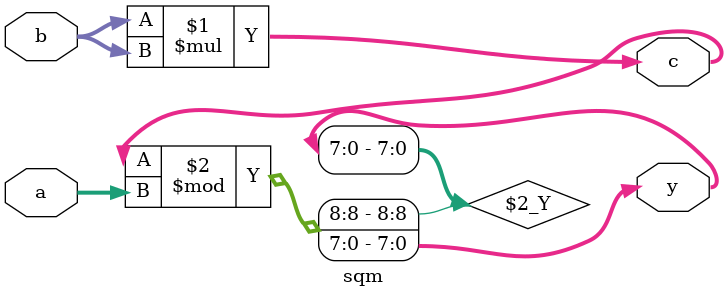
<source format=sv>

module sqm(input logic [7:0] a,
           input logic [3:0] b,
           output logic [8:0] c,
           output logic [7:0] y);
  assign c = (b * b);
  assign y = c % a;
endmodule

</source>
